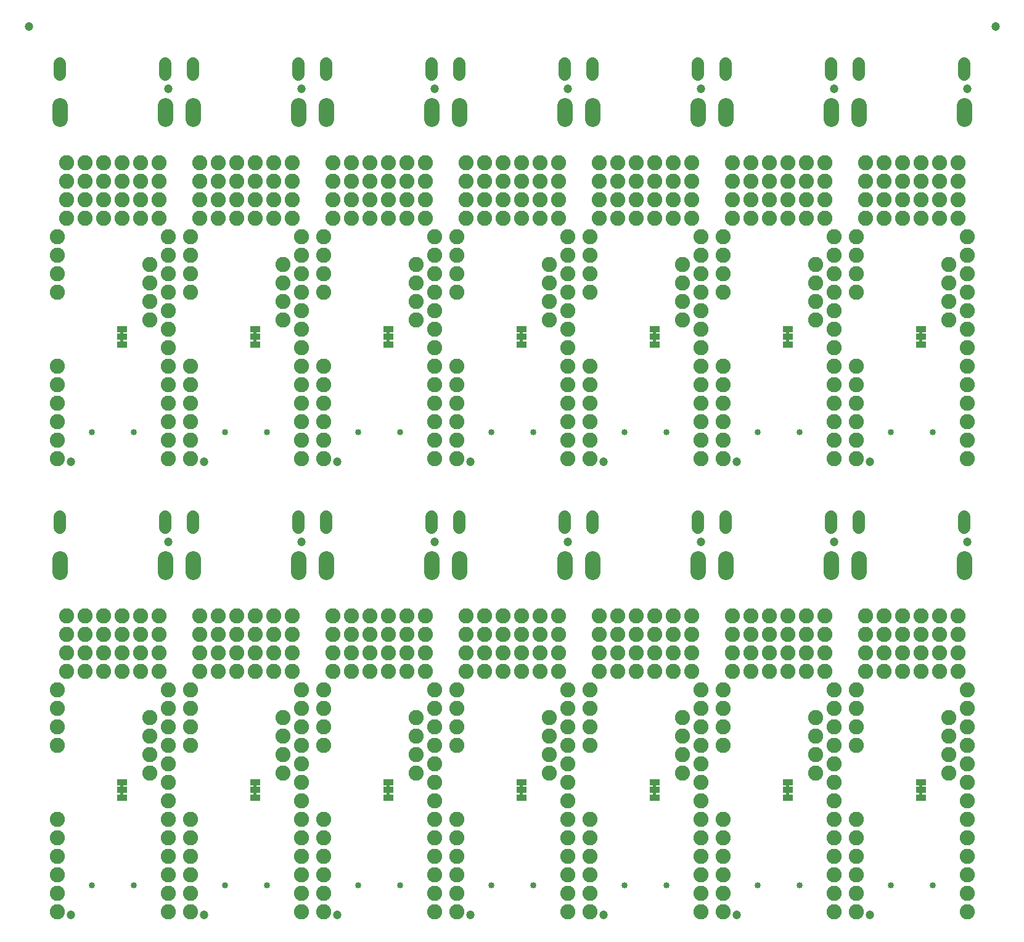
<source format=gbs>
G04 EAGLE Gerber RS-274X export*
G75*
%MOMM*%
%FSLAX34Y34*%
%LPD*%
%INSoldermask Bottom*%
%IPPOS*%
%AMOC8*
5,1,8,0,0,1.08239X$1,22.5*%
G01*
%ADD10C,1.203200*%
%ADD11C,2.082800*%
%ADD12C,0.853200*%
%ADD13R,1.473200X0.863600*%
%ADD14C,1.703200*%
%ADD15C,2.078200*%

G36*
X1017335Y805192D02*
X1017335Y805192D01*
X1017401Y805194D01*
X1017444Y805212D01*
X1017491Y805220D01*
X1017548Y805254D01*
X1017608Y805279D01*
X1017643Y805310D01*
X1017684Y805335D01*
X1017726Y805386D01*
X1017774Y805430D01*
X1017796Y805472D01*
X1017825Y805509D01*
X1017846Y805571D01*
X1017877Y805630D01*
X1017885Y805684D01*
X1017897Y805721D01*
X1017896Y805761D01*
X1017904Y805815D01*
X1017904Y809625D01*
X1017893Y809690D01*
X1017891Y809756D01*
X1017873Y809799D01*
X1017865Y809846D01*
X1017831Y809903D01*
X1017806Y809963D01*
X1017775Y809998D01*
X1017750Y810039D01*
X1017699Y810081D01*
X1017655Y810129D01*
X1017613Y810151D01*
X1017576Y810180D01*
X1017514Y810201D01*
X1017455Y810232D01*
X1017401Y810240D01*
X1017364Y810252D01*
X1017324Y810251D01*
X1017270Y810259D01*
X1014730Y810259D01*
X1014665Y810248D01*
X1014599Y810246D01*
X1014556Y810228D01*
X1014509Y810220D01*
X1014452Y810186D01*
X1014392Y810161D01*
X1014357Y810130D01*
X1014316Y810105D01*
X1014275Y810054D01*
X1014226Y810010D01*
X1014204Y809968D01*
X1014175Y809931D01*
X1014154Y809869D01*
X1014123Y809810D01*
X1014115Y809756D01*
X1014103Y809719D01*
X1014103Y809715D01*
X1014103Y809714D01*
X1014104Y809679D01*
X1014096Y809625D01*
X1014096Y805815D01*
X1014107Y805750D01*
X1014109Y805684D01*
X1014127Y805641D01*
X1014135Y805594D01*
X1014169Y805537D01*
X1014194Y805477D01*
X1014225Y805442D01*
X1014250Y805401D01*
X1014301Y805360D01*
X1014345Y805311D01*
X1014387Y805289D01*
X1014424Y805260D01*
X1014486Y805239D01*
X1014545Y805208D01*
X1014599Y805200D01*
X1014636Y805188D01*
X1014676Y805189D01*
X1014730Y805181D01*
X1017270Y805181D01*
X1017335Y805192D01*
G37*
G36*
X651575Y805192D02*
X651575Y805192D01*
X651641Y805194D01*
X651684Y805212D01*
X651731Y805220D01*
X651788Y805254D01*
X651848Y805279D01*
X651883Y805310D01*
X651924Y805335D01*
X651966Y805386D01*
X652014Y805430D01*
X652036Y805472D01*
X652065Y805509D01*
X652086Y805571D01*
X652117Y805630D01*
X652125Y805684D01*
X652137Y805721D01*
X652136Y805761D01*
X652144Y805815D01*
X652144Y809625D01*
X652133Y809690D01*
X652131Y809756D01*
X652113Y809799D01*
X652105Y809846D01*
X652071Y809903D01*
X652046Y809963D01*
X652015Y809998D01*
X651990Y810039D01*
X651939Y810081D01*
X651895Y810129D01*
X651853Y810151D01*
X651816Y810180D01*
X651754Y810201D01*
X651695Y810232D01*
X651641Y810240D01*
X651604Y810252D01*
X651564Y810251D01*
X651510Y810259D01*
X648970Y810259D01*
X648905Y810248D01*
X648839Y810246D01*
X648796Y810228D01*
X648749Y810220D01*
X648692Y810186D01*
X648632Y810161D01*
X648597Y810130D01*
X648556Y810105D01*
X648515Y810054D01*
X648466Y810010D01*
X648444Y809968D01*
X648415Y809931D01*
X648394Y809869D01*
X648363Y809810D01*
X648355Y809756D01*
X648343Y809719D01*
X648343Y809715D01*
X648343Y809714D01*
X648344Y809679D01*
X648336Y809625D01*
X648336Y805815D01*
X648347Y805750D01*
X648349Y805684D01*
X648367Y805641D01*
X648375Y805594D01*
X648409Y805537D01*
X648434Y805477D01*
X648465Y805442D01*
X648490Y805401D01*
X648541Y805360D01*
X648585Y805311D01*
X648627Y805289D01*
X648664Y805260D01*
X648726Y805239D01*
X648785Y805208D01*
X648839Y805200D01*
X648876Y805188D01*
X648916Y805189D01*
X648970Y805181D01*
X651510Y805181D01*
X651575Y805192D01*
G37*
G36*
X468695Y805192D02*
X468695Y805192D01*
X468761Y805194D01*
X468804Y805212D01*
X468851Y805220D01*
X468908Y805254D01*
X468968Y805279D01*
X469003Y805310D01*
X469044Y805335D01*
X469086Y805386D01*
X469134Y805430D01*
X469156Y805472D01*
X469185Y805509D01*
X469206Y805571D01*
X469237Y805630D01*
X469245Y805684D01*
X469257Y805721D01*
X469256Y805761D01*
X469264Y805815D01*
X469264Y809625D01*
X469253Y809690D01*
X469251Y809756D01*
X469233Y809799D01*
X469225Y809846D01*
X469191Y809903D01*
X469166Y809963D01*
X469135Y809998D01*
X469110Y810039D01*
X469059Y810081D01*
X469015Y810129D01*
X468973Y810151D01*
X468936Y810180D01*
X468874Y810201D01*
X468815Y810232D01*
X468761Y810240D01*
X468724Y810252D01*
X468684Y810251D01*
X468630Y810259D01*
X466090Y810259D01*
X466025Y810248D01*
X465959Y810246D01*
X465916Y810228D01*
X465869Y810220D01*
X465812Y810186D01*
X465752Y810161D01*
X465717Y810130D01*
X465676Y810105D01*
X465635Y810054D01*
X465586Y810010D01*
X465564Y809968D01*
X465535Y809931D01*
X465514Y809869D01*
X465483Y809810D01*
X465475Y809756D01*
X465463Y809719D01*
X465463Y809715D01*
X465463Y809714D01*
X465464Y809679D01*
X465456Y809625D01*
X465456Y805815D01*
X465467Y805750D01*
X465469Y805684D01*
X465487Y805641D01*
X465495Y805594D01*
X465529Y805537D01*
X465554Y805477D01*
X465585Y805442D01*
X465610Y805401D01*
X465661Y805360D01*
X465705Y805311D01*
X465747Y805289D01*
X465784Y805260D01*
X465846Y805239D01*
X465905Y805208D01*
X465959Y805200D01*
X465996Y805188D01*
X466036Y805189D01*
X466090Y805181D01*
X468630Y805181D01*
X468695Y805192D01*
G37*
G36*
X285815Y805192D02*
X285815Y805192D01*
X285881Y805194D01*
X285924Y805212D01*
X285971Y805220D01*
X286028Y805254D01*
X286088Y805279D01*
X286123Y805310D01*
X286164Y805335D01*
X286206Y805386D01*
X286254Y805430D01*
X286276Y805472D01*
X286305Y805509D01*
X286326Y805571D01*
X286357Y805630D01*
X286365Y805684D01*
X286377Y805721D01*
X286376Y805761D01*
X286384Y805815D01*
X286384Y809625D01*
X286373Y809690D01*
X286371Y809756D01*
X286353Y809799D01*
X286345Y809846D01*
X286311Y809903D01*
X286286Y809963D01*
X286255Y809998D01*
X286230Y810039D01*
X286179Y810081D01*
X286135Y810129D01*
X286093Y810151D01*
X286056Y810180D01*
X285994Y810201D01*
X285935Y810232D01*
X285881Y810240D01*
X285844Y810252D01*
X285804Y810251D01*
X285750Y810259D01*
X283210Y810259D01*
X283145Y810248D01*
X283079Y810246D01*
X283036Y810228D01*
X282989Y810220D01*
X282932Y810186D01*
X282872Y810161D01*
X282837Y810130D01*
X282796Y810105D01*
X282755Y810054D01*
X282706Y810010D01*
X282684Y809968D01*
X282655Y809931D01*
X282634Y809869D01*
X282603Y809810D01*
X282595Y809756D01*
X282583Y809719D01*
X282583Y809715D01*
X282583Y809714D01*
X282584Y809679D01*
X282576Y809625D01*
X282576Y805815D01*
X282587Y805750D01*
X282589Y805684D01*
X282607Y805641D01*
X282615Y805594D01*
X282649Y805537D01*
X282674Y805477D01*
X282705Y805442D01*
X282730Y805401D01*
X282781Y805360D01*
X282825Y805311D01*
X282867Y805289D01*
X282904Y805260D01*
X282966Y805239D01*
X283025Y805208D01*
X283079Y805200D01*
X283116Y805188D01*
X283156Y805189D01*
X283210Y805181D01*
X285750Y805181D01*
X285815Y805192D01*
G37*
G36*
X834455Y805192D02*
X834455Y805192D01*
X834521Y805194D01*
X834564Y805212D01*
X834611Y805220D01*
X834668Y805254D01*
X834728Y805279D01*
X834763Y805310D01*
X834804Y805335D01*
X834846Y805386D01*
X834894Y805430D01*
X834916Y805472D01*
X834945Y805509D01*
X834966Y805571D01*
X834997Y805630D01*
X835005Y805684D01*
X835017Y805721D01*
X835016Y805761D01*
X835024Y805815D01*
X835024Y809625D01*
X835013Y809690D01*
X835011Y809756D01*
X834993Y809799D01*
X834985Y809846D01*
X834951Y809903D01*
X834926Y809963D01*
X834895Y809998D01*
X834870Y810039D01*
X834819Y810081D01*
X834775Y810129D01*
X834733Y810151D01*
X834696Y810180D01*
X834634Y810201D01*
X834575Y810232D01*
X834521Y810240D01*
X834484Y810252D01*
X834444Y810251D01*
X834390Y810259D01*
X831850Y810259D01*
X831785Y810248D01*
X831719Y810246D01*
X831676Y810228D01*
X831629Y810220D01*
X831572Y810186D01*
X831512Y810161D01*
X831477Y810130D01*
X831436Y810105D01*
X831395Y810054D01*
X831346Y810010D01*
X831324Y809968D01*
X831295Y809931D01*
X831274Y809869D01*
X831243Y809810D01*
X831235Y809756D01*
X831223Y809719D01*
X831223Y809715D01*
X831223Y809714D01*
X831224Y809679D01*
X831216Y809625D01*
X831216Y805815D01*
X831227Y805750D01*
X831229Y805684D01*
X831247Y805641D01*
X831255Y805594D01*
X831289Y805537D01*
X831314Y805477D01*
X831345Y805442D01*
X831370Y805401D01*
X831421Y805360D01*
X831465Y805311D01*
X831507Y805289D01*
X831544Y805260D01*
X831606Y805239D01*
X831665Y805208D01*
X831719Y805200D01*
X831756Y805188D01*
X831796Y805189D01*
X831850Y805181D01*
X834390Y805181D01*
X834455Y805192D01*
G37*
G36*
X1200215Y805192D02*
X1200215Y805192D01*
X1200281Y805194D01*
X1200324Y805212D01*
X1200371Y805220D01*
X1200428Y805254D01*
X1200488Y805279D01*
X1200523Y805310D01*
X1200564Y805335D01*
X1200606Y805386D01*
X1200654Y805430D01*
X1200676Y805472D01*
X1200705Y805509D01*
X1200726Y805571D01*
X1200757Y805630D01*
X1200765Y805684D01*
X1200777Y805721D01*
X1200776Y805761D01*
X1200784Y805815D01*
X1200784Y809625D01*
X1200773Y809690D01*
X1200771Y809756D01*
X1200753Y809799D01*
X1200745Y809846D01*
X1200711Y809903D01*
X1200686Y809963D01*
X1200655Y809998D01*
X1200630Y810039D01*
X1200579Y810081D01*
X1200535Y810129D01*
X1200493Y810151D01*
X1200456Y810180D01*
X1200394Y810201D01*
X1200335Y810232D01*
X1200281Y810240D01*
X1200244Y810252D01*
X1200204Y810251D01*
X1200150Y810259D01*
X1197610Y810259D01*
X1197545Y810248D01*
X1197479Y810246D01*
X1197436Y810228D01*
X1197389Y810220D01*
X1197332Y810186D01*
X1197272Y810161D01*
X1197237Y810130D01*
X1197196Y810105D01*
X1197155Y810054D01*
X1197106Y810010D01*
X1197084Y809968D01*
X1197055Y809931D01*
X1197034Y809869D01*
X1197003Y809810D01*
X1196995Y809756D01*
X1196983Y809719D01*
X1196983Y809715D01*
X1196983Y809714D01*
X1196984Y809679D01*
X1196976Y809625D01*
X1196976Y805815D01*
X1196987Y805750D01*
X1196989Y805684D01*
X1197007Y805641D01*
X1197015Y805594D01*
X1197049Y805537D01*
X1197074Y805477D01*
X1197105Y805442D01*
X1197130Y805401D01*
X1197181Y805360D01*
X1197225Y805311D01*
X1197267Y805289D01*
X1197304Y805260D01*
X1197366Y805239D01*
X1197425Y805208D01*
X1197479Y805200D01*
X1197516Y805188D01*
X1197556Y805189D01*
X1197610Y805181D01*
X1200150Y805181D01*
X1200215Y805192D01*
G37*
G36*
X102935Y805192D02*
X102935Y805192D01*
X103001Y805194D01*
X103044Y805212D01*
X103091Y805220D01*
X103148Y805254D01*
X103208Y805279D01*
X103243Y805310D01*
X103284Y805335D01*
X103326Y805386D01*
X103374Y805430D01*
X103396Y805472D01*
X103425Y805509D01*
X103446Y805571D01*
X103477Y805630D01*
X103485Y805684D01*
X103497Y805721D01*
X103496Y805761D01*
X103504Y805815D01*
X103504Y809625D01*
X103493Y809690D01*
X103491Y809756D01*
X103473Y809799D01*
X103465Y809846D01*
X103431Y809903D01*
X103406Y809963D01*
X103375Y809998D01*
X103350Y810039D01*
X103299Y810081D01*
X103255Y810129D01*
X103213Y810151D01*
X103176Y810180D01*
X103114Y810201D01*
X103055Y810232D01*
X103001Y810240D01*
X102964Y810252D01*
X102924Y810251D01*
X102870Y810259D01*
X100330Y810259D01*
X100265Y810248D01*
X100199Y810246D01*
X100156Y810228D01*
X100109Y810220D01*
X100052Y810186D01*
X99992Y810161D01*
X99957Y810130D01*
X99916Y810105D01*
X99875Y810054D01*
X99826Y810010D01*
X99804Y809968D01*
X99775Y809931D01*
X99754Y809869D01*
X99723Y809810D01*
X99715Y809756D01*
X99703Y809719D01*
X99703Y809715D01*
X99703Y809714D01*
X99704Y809679D01*
X99696Y809625D01*
X99696Y805815D01*
X99707Y805750D01*
X99709Y805684D01*
X99727Y805641D01*
X99735Y805594D01*
X99769Y805537D01*
X99794Y805477D01*
X99825Y805442D01*
X99850Y805401D01*
X99901Y805360D01*
X99945Y805311D01*
X99987Y805289D01*
X100024Y805260D01*
X100086Y805239D01*
X100145Y805208D01*
X100199Y805200D01*
X100236Y805188D01*
X100276Y805189D01*
X100330Y805181D01*
X102870Y805181D01*
X102935Y805192D01*
G37*
G36*
X285815Y795032D02*
X285815Y795032D01*
X285881Y795034D01*
X285924Y795052D01*
X285971Y795060D01*
X286028Y795094D01*
X286088Y795119D01*
X286123Y795150D01*
X286164Y795175D01*
X286206Y795226D01*
X286254Y795270D01*
X286276Y795312D01*
X286305Y795349D01*
X286326Y795411D01*
X286357Y795470D01*
X286365Y795524D01*
X286377Y795561D01*
X286376Y795601D01*
X286384Y795655D01*
X286384Y799465D01*
X286373Y799530D01*
X286371Y799596D01*
X286353Y799639D01*
X286345Y799686D01*
X286311Y799743D01*
X286286Y799803D01*
X286255Y799838D01*
X286230Y799879D01*
X286179Y799921D01*
X286135Y799969D01*
X286093Y799991D01*
X286056Y800020D01*
X285994Y800041D01*
X285935Y800072D01*
X285881Y800080D01*
X285844Y800092D01*
X285804Y800091D01*
X285750Y800099D01*
X283210Y800099D01*
X283145Y800088D01*
X283079Y800086D01*
X283036Y800068D01*
X282989Y800060D01*
X282932Y800026D01*
X282872Y800001D01*
X282837Y799970D01*
X282796Y799945D01*
X282755Y799894D01*
X282706Y799850D01*
X282684Y799808D01*
X282655Y799771D01*
X282634Y799709D01*
X282603Y799650D01*
X282595Y799596D01*
X282583Y799559D01*
X282583Y799555D01*
X282583Y799554D01*
X282584Y799519D01*
X282576Y799465D01*
X282576Y795655D01*
X282587Y795590D01*
X282589Y795524D01*
X282607Y795481D01*
X282615Y795434D01*
X282649Y795377D01*
X282674Y795317D01*
X282705Y795282D01*
X282730Y795241D01*
X282781Y795200D01*
X282825Y795151D01*
X282867Y795129D01*
X282904Y795100D01*
X282966Y795079D01*
X283025Y795048D01*
X283079Y795040D01*
X283116Y795028D01*
X283156Y795029D01*
X283210Y795021D01*
X285750Y795021D01*
X285815Y795032D01*
G37*
G36*
X102935Y795032D02*
X102935Y795032D01*
X103001Y795034D01*
X103044Y795052D01*
X103091Y795060D01*
X103148Y795094D01*
X103208Y795119D01*
X103243Y795150D01*
X103284Y795175D01*
X103326Y795226D01*
X103374Y795270D01*
X103396Y795312D01*
X103425Y795349D01*
X103446Y795411D01*
X103477Y795470D01*
X103485Y795524D01*
X103497Y795561D01*
X103496Y795601D01*
X103504Y795655D01*
X103504Y799465D01*
X103493Y799530D01*
X103491Y799596D01*
X103473Y799639D01*
X103465Y799686D01*
X103431Y799743D01*
X103406Y799803D01*
X103375Y799838D01*
X103350Y799879D01*
X103299Y799921D01*
X103255Y799969D01*
X103213Y799991D01*
X103176Y800020D01*
X103114Y800041D01*
X103055Y800072D01*
X103001Y800080D01*
X102964Y800092D01*
X102924Y800091D01*
X102870Y800099D01*
X100330Y800099D01*
X100265Y800088D01*
X100199Y800086D01*
X100156Y800068D01*
X100109Y800060D01*
X100052Y800026D01*
X99992Y800001D01*
X99957Y799970D01*
X99916Y799945D01*
X99875Y799894D01*
X99826Y799850D01*
X99804Y799808D01*
X99775Y799771D01*
X99754Y799709D01*
X99723Y799650D01*
X99715Y799596D01*
X99703Y799559D01*
X99703Y799555D01*
X99703Y799554D01*
X99704Y799519D01*
X99696Y799465D01*
X99696Y795655D01*
X99707Y795590D01*
X99709Y795524D01*
X99727Y795481D01*
X99735Y795434D01*
X99769Y795377D01*
X99794Y795317D01*
X99825Y795282D01*
X99850Y795241D01*
X99901Y795200D01*
X99945Y795151D01*
X99987Y795129D01*
X100024Y795100D01*
X100086Y795079D01*
X100145Y795048D01*
X100199Y795040D01*
X100236Y795028D01*
X100276Y795029D01*
X100330Y795021D01*
X102870Y795021D01*
X102935Y795032D01*
G37*
G36*
X1017335Y795032D02*
X1017335Y795032D01*
X1017401Y795034D01*
X1017444Y795052D01*
X1017491Y795060D01*
X1017548Y795094D01*
X1017608Y795119D01*
X1017643Y795150D01*
X1017684Y795175D01*
X1017726Y795226D01*
X1017774Y795270D01*
X1017796Y795312D01*
X1017825Y795349D01*
X1017846Y795411D01*
X1017877Y795470D01*
X1017885Y795524D01*
X1017897Y795561D01*
X1017896Y795601D01*
X1017904Y795655D01*
X1017904Y799465D01*
X1017893Y799530D01*
X1017891Y799596D01*
X1017873Y799639D01*
X1017865Y799686D01*
X1017831Y799743D01*
X1017806Y799803D01*
X1017775Y799838D01*
X1017750Y799879D01*
X1017699Y799921D01*
X1017655Y799969D01*
X1017613Y799991D01*
X1017576Y800020D01*
X1017514Y800041D01*
X1017455Y800072D01*
X1017401Y800080D01*
X1017364Y800092D01*
X1017324Y800091D01*
X1017270Y800099D01*
X1014730Y800099D01*
X1014665Y800088D01*
X1014599Y800086D01*
X1014556Y800068D01*
X1014509Y800060D01*
X1014452Y800026D01*
X1014392Y800001D01*
X1014357Y799970D01*
X1014316Y799945D01*
X1014275Y799894D01*
X1014226Y799850D01*
X1014204Y799808D01*
X1014175Y799771D01*
X1014154Y799709D01*
X1014123Y799650D01*
X1014115Y799596D01*
X1014103Y799559D01*
X1014103Y799555D01*
X1014103Y799554D01*
X1014104Y799519D01*
X1014096Y799465D01*
X1014096Y795655D01*
X1014107Y795590D01*
X1014109Y795524D01*
X1014127Y795481D01*
X1014135Y795434D01*
X1014169Y795377D01*
X1014194Y795317D01*
X1014225Y795282D01*
X1014250Y795241D01*
X1014301Y795200D01*
X1014345Y795151D01*
X1014387Y795129D01*
X1014424Y795100D01*
X1014486Y795079D01*
X1014545Y795048D01*
X1014599Y795040D01*
X1014636Y795028D01*
X1014676Y795029D01*
X1014730Y795021D01*
X1017270Y795021D01*
X1017335Y795032D01*
G37*
G36*
X1200215Y795032D02*
X1200215Y795032D01*
X1200281Y795034D01*
X1200324Y795052D01*
X1200371Y795060D01*
X1200428Y795094D01*
X1200488Y795119D01*
X1200523Y795150D01*
X1200564Y795175D01*
X1200606Y795226D01*
X1200654Y795270D01*
X1200676Y795312D01*
X1200705Y795349D01*
X1200726Y795411D01*
X1200757Y795470D01*
X1200765Y795524D01*
X1200777Y795561D01*
X1200776Y795601D01*
X1200784Y795655D01*
X1200784Y799465D01*
X1200773Y799530D01*
X1200771Y799596D01*
X1200753Y799639D01*
X1200745Y799686D01*
X1200711Y799743D01*
X1200686Y799803D01*
X1200655Y799838D01*
X1200630Y799879D01*
X1200579Y799921D01*
X1200535Y799969D01*
X1200493Y799991D01*
X1200456Y800020D01*
X1200394Y800041D01*
X1200335Y800072D01*
X1200281Y800080D01*
X1200244Y800092D01*
X1200204Y800091D01*
X1200150Y800099D01*
X1197610Y800099D01*
X1197545Y800088D01*
X1197479Y800086D01*
X1197436Y800068D01*
X1197389Y800060D01*
X1197332Y800026D01*
X1197272Y800001D01*
X1197237Y799970D01*
X1197196Y799945D01*
X1197155Y799894D01*
X1197106Y799850D01*
X1197084Y799808D01*
X1197055Y799771D01*
X1197034Y799709D01*
X1197003Y799650D01*
X1196995Y799596D01*
X1196983Y799559D01*
X1196983Y799555D01*
X1196983Y799554D01*
X1196984Y799519D01*
X1196976Y799465D01*
X1196976Y795655D01*
X1196987Y795590D01*
X1196989Y795524D01*
X1197007Y795481D01*
X1197015Y795434D01*
X1197049Y795377D01*
X1197074Y795317D01*
X1197105Y795282D01*
X1197130Y795241D01*
X1197181Y795200D01*
X1197225Y795151D01*
X1197267Y795129D01*
X1197304Y795100D01*
X1197366Y795079D01*
X1197425Y795048D01*
X1197479Y795040D01*
X1197516Y795028D01*
X1197556Y795029D01*
X1197610Y795021D01*
X1200150Y795021D01*
X1200215Y795032D01*
G37*
G36*
X834455Y795032D02*
X834455Y795032D01*
X834521Y795034D01*
X834564Y795052D01*
X834611Y795060D01*
X834668Y795094D01*
X834728Y795119D01*
X834763Y795150D01*
X834804Y795175D01*
X834846Y795226D01*
X834894Y795270D01*
X834916Y795312D01*
X834945Y795349D01*
X834966Y795411D01*
X834997Y795470D01*
X835005Y795524D01*
X835017Y795561D01*
X835016Y795601D01*
X835024Y795655D01*
X835024Y799465D01*
X835013Y799530D01*
X835011Y799596D01*
X834993Y799639D01*
X834985Y799686D01*
X834951Y799743D01*
X834926Y799803D01*
X834895Y799838D01*
X834870Y799879D01*
X834819Y799921D01*
X834775Y799969D01*
X834733Y799991D01*
X834696Y800020D01*
X834634Y800041D01*
X834575Y800072D01*
X834521Y800080D01*
X834484Y800092D01*
X834444Y800091D01*
X834390Y800099D01*
X831850Y800099D01*
X831785Y800088D01*
X831719Y800086D01*
X831676Y800068D01*
X831629Y800060D01*
X831572Y800026D01*
X831512Y800001D01*
X831477Y799970D01*
X831436Y799945D01*
X831395Y799894D01*
X831346Y799850D01*
X831324Y799808D01*
X831295Y799771D01*
X831274Y799709D01*
X831243Y799650D01*
X831235Y799596D01*
X831223Y799559D01*
X831223Y799555D01*
X831223Y799554D01*
X831224Y799519D01*
X831216Y799465D01*
X831216Y795655D01*
X831227Y795590D01*
X831229Y795524D01*
X831247Y795481D01*
X831255Y795434D01*
X831289Y795377D01*
X831314Y795317D01*
X831345Y795282D01*
X831370Y795241D01*
X831421Y795200D01*
X831465Y795151D01*
X831507Y795129D01*
X831544Y795100D01*
X831606Y795079D01*
X831665Y795048D01*
X831719Y795040D01*
X831756Y795028D01*
X831796Y795029D01*
X831850Y795021D01*
X834390Y795021D01*
X834455Y795032D01*
G37*
G36*
X468695Y795032D02*
X468695Y795032D01*
X468761Y795034D01*
X468804Y795052D01*
X468851Y795060D01*
X468908Y795094D01*
X468968Y795119D01*
X469003Y795150D01*
X469044Y795175D01*
X469086Y795226D01*
X469134Y795270D01*
X469156Y795312D01*
X469185Y795349D01*
X469206Y795411D01*
X469237Y795470D01*
X469245Y795524D01*
X469257Y795561D01*
X469256Y795601D01*
X469264Y795655D01*
X469264Y799465D01*
X469253Y799530D01*
X469251Y799596D01*
X469233Y799639D01*
X469225Y799686D01*
X469191Y799743D01*
X469166Y799803D01*
X469135Y799838D01*
X469110Y799879D01*
X469059Y799921D01*
X469015Y799969D01*
X468973Y799991D01*
X468936Y800020D01*
X468874Y800041D01*
X468815Y800072D01*
X468761Y800080D01*
X468724Y800092D01*
X468684Y800091D01*
X468630Y800099D01*
X466090Y800099D01*
X466025Y800088D01*
X465959Y800086D01*
X465916Y800068D01*
X465869Y800060D01*
X465812Y800026D01*
X465752Y800001D01*
X465717Y799970D01*
X465676Y799945D01*
X465635Y799894D01*
X465586Y799850D01*
X465564Y799808D01*
X465535Y799771D01*
X465514Y799709D01*
X465483Y799650D01*
X465475Y799596D01*
X465463Y799559D01*
X465463Y799555D01*
X465463Y799554D01*
X465464Y799519D01*
X465456Y799465D01*
X465456Y795655D01*
X465467Y795590D01*
X465469Y795524D01*
X465487Y795481D01*
X465495Y795434D01*
X465529Y795377D01*
X465554Y795317D01*
X465585Y795282D01*
X465610Y795241D01*
X465661Y795200D01*
X465705Y795151D01*
X465747Y795129D01*
X465784Y795100D01*
X465846Y795079D01*
X465905Y795048D01*
X465959Y795040D01*
X465996Y795028D01*
X466036Y795029D01*
X466090Y795021D01*
X468630Y795021D01*
X468695Y795032D01*
G37*
G36*
X651575Y795032D02*
X651575Y795032D01*
X651641Y795034D01*
X651684Y795052D01*
X651731Y795060D01*
X651788Y795094D01*
X651848Y795119D01*
X651883Y795150D01*
X651924Y795175D01*
X651966Y795226D01*
X652014Y795270D01*
X652036Y795312D01*
X652065Y795349D01*
X652086Y795411D01*
X652117Y795470D01*
X652125Y795524D01*
X652137Y795561D01*
X652136Y795601D01*
X652144Y795655D01*
X652144Y799465D01*
X652133Y799530D01*
X652131Y799596D01*
X652113Y799639D01*
X652105Y799686D01*
X652071Y799743D01*
X652046Y799803D01*
X652015Y799838D01*
X651990Y799879D01*
X651939Y799921D01*
X651895Y799969D01*
X651853Y799991D01*
X651816Y800020D01*
X651754Y800041D01*
X651695Y800072D01*
X651641Y800080D01*
X651604Y800092D01*
X651564Y800091D01*
X651510Y800099D01*
X648970Y800099D01*
X648905Y800088D01*
X648839Y800086D01*
X648796Y800068D01*
X648749Y800060D01*
X648692Y800026D01*
X648632Y800001D01*
X648597Y799970D01*
X648556Y799945D01*
X648515Y799894D01*
X648466Y799850D01*
X648444Y799808D01*
X648415Y799771D01*
X648394Y799709D01*
X648363Y799650D01*
X648355Y799596D01*
X648343Y799559D01*
X648343Y799555D01*
X648343Y799554D01*
X648344Y799519D01*
X648336Y799465D01*
X648336Y795655D01*
X648347Y795590D01*
X648349Y795524D01*
X648367Y795481D01*
X648375Y795434D01*
X648409Y795377D01*
X648434Y795317D01*
X648465Y795282D01*
X648490Y795241D01*
X648541Y795200D01*
X648585Y795151D01*
X648627Y795129D01*
X648664Y795100D01*
X648726Y795079D01*
X648785Y795048D01*
X648839Y795040D01*
X648876Y795028D01*
X648916Y795029D01*
X648970Y795021D01*
X651510Y795021D01*
X651575Y795032D01*
G37*
G36*
X1200215Y182892D02*
X1200215Y182892D01*
X1200281Y182894D01*
X1200324Y182912D01*
X1200371Y182920D01*
X1200428Y182954D01*
X1200488Y182979D01*
X1200523Y183010D01*
X1200564Y183035D01*
X1200606Y183086D01*
X1200654Y183130D01*
X1200676Y183172D01*
X1200705Y183209D01*
X1200726Y183271D01*
X1200757Y183330D01*
X1200765Y183384D01*
X1200777Y183421D01*
X1200776Y183461D01*
X1200784Y183515D01*
X1200784Y187325D01*
X1200773Y187390D01*
X1200771Y187456D01*
X1200753Y187499D01*
X1200745Y187546D01*
X1200711Y187603D01*
X1200686Y187663D01*
X1200655Y187698D01*
X1200630Y187739D01*
X1200579Y187781D01*
X1200535Y187829D01*
X1200493Y187851D01*
X1200456Y187880D01*
X1200394Y187901D01*
X1200335Y187932D01*
X1200281Y187940D01*
X1200244Y187952D01*
X1200204Y187951D01*
X1200150Y187959D01*
X1197610Y187959D01*
X1197545Y187948D01*
X1197479Y187946D01*
X1197436Y187928D01*
X1197389Y187920D01*
X1197332Y187886D01*
X1197272Y187861D01*
X1197237Y187830D01*
X1197196Y187805D01*
X1197155Y187754D01*
X1197106Y187710D01*
X1197084Y187668D01*
X1197055Y187631D01*
X1197034Y187569D01*
X1197003Y187510D01*
X1196995Y187456D01*
X1196983Y187419D01*
X1196983Y187415D01*
X1196983Y187414D01*
X1196984Y187379D01*
X1196976Y187325D01*
X1196976Y183515D01*
X1196987Y183450D01*
X1196989Y183384D01*
X1197007Y183341D01*
X1197015Y183294D01*
X1197049Y183237D01*
X1197074Y183177D01*
X1197105Y183142D01*
X1197130Y183101D01*
X1197181Y183060D01*
X1197225Y183011D01*
X1197267Y182989D01*
X1197304Y182960D01*
X1197366Y182939D01*
X1197425Y182908D01*
X1197479Y182900D01*
X1197516Y182888D01*
X1197556Y182889D01*
X1197610Y182881D01*
X1200150Y182881D01*
X1200215Y182892D01*
G37*
G36*
X834455Y182892D02*
X834455Y182892D01*
X834521Y182894D01*
X834564Y182912D01*
X834611Y182920D01*
X834668Y182954D01*
X834728Y182979D01*
X834763Y183010D01*
X834804Y183035D01*
X834846Y183086D01*
X834894Y183130D01*
X834916Y183172D01*
X834945Y183209D01*
X834966Y183271D01*
X834997Y183330D01*
X835005Y183384D01*
X835017Y183421D01*
X835016Y183461D01*
X835024Y183515D01*
X835024Y187325D01*
X835013Y187390D01*
X835011Y187456D01*
X834993Y187499D01*
X834985Y187546D01*
X834951Y187603D01*
X834926Y187663D01*
X834895Y187698D01*
X834870Y187739D01*
X834819Y187781D01*
X834775Y187829D01*
X834733Y187851D01*
X834696Y187880D01*
X834634Y187901D01*
X834575Y187932D01*
X834521Y187940D01*
X834484Y187952D01*
X834444Y187951D01*
X834390Y187959D01*
X831850Y187959D01*
X831785Y187948D01*
X831719Y187946D01*
X831676Y187928D01*
X831629Y187920D01*
X831572Y187886D01*
X831512Y187861D01*
X831477Y187830D01*
X831436Y187805D01*
X831395Y187754D01*
X831346Y187710D01*
X831324Y187668D01*
X831295Y187631D01*
X831274Y187569D01*
X831243Y187510D01*
X831235Y187456D01*
X831223Y187419D01*
X831223Y187415D01*
X831223Y187414D01*
X831224Y187379D01*
X831216Y187325D01*
X831216Y183515D01*
X831227Y183450D01*
X831229Y183384D01*
X831247Y183341D01*
X831255Y183294D01*
X831289Y183237D01*
X831314Y183177D01*
X831345Y183142D01*
X831370Y183101D01*
X831421Y183060D01*
X831465Y183011D01*
X831507Y182989D01*
X831544Y182960D01*
X831606Y182939D01*
X831665Y182908D01*
X831719Y182900D01*
X831756Y182888D01*
X831796Y182889D01*
X831850Y182881D01*
X834390Y182881D01*
X834455Y182892D01*
G37*
G36*
X1017335Y182892D02*
X1017335Y182892D01*
X1017401Y182894D01*
X1017444Y182912D01*
X1017491Y182920D01*
X1017548Y182954D01*
X1017608Y182979D01*
X1017643Y183010D01*
X1017684Y183035D01*
X1017726Y183086D01*
X1017774Y183130D01*
X1017796Y183172D01*
X1017825Y183209D01*
X1017846Y183271D01*
X1017877Y183330D01*
X1017885Y183384D01*
X1017897Y183421D01*
X1017896Y183461D01*
X1017904Y183515D01*
X1017904Y187325D01*
X1017893Y187390D01*
X1017891Y187456D01*
X1017873Y187499D01*
X1017865Y187546D01*
X1017831Y187603D01*
X1017806Y187663D01*
X1017775Y187698D01*
X1017750Y187739D01*
X1017699Y187781D01*
X1017655Y187829D01*
X1017613Y187851D01*
X1017576Y187880D01*
X1017514Y187901D01*
X1017455Y187932D01*
X1017401Y187940D01*
X1017364Y187952D01*
X1017324Y187951D01*
X1017270Y187959D01*
X1014730Y187959D01*
X1014665Y187948D01*
X1014599Y187946D01*
X1014556Y187928D01*
X1014509Y187920D01*
X1014452Y187886D01*
X1014392Y187861D01*
X1014357Y187830D01*
X1014316Y187805D01*
X1014275Y187754D01*
X1014226Y187710D01*
X1014204Y187668D01*
X1014175Y187631D01*
X1014154Y187569D01*
X1014123Y187510D01*
X1014115Y187456D01*
X1014103Y187419D01*
X1014103Y187415D01*
X1014103Y187414D01*
X1014104Y187379D01*
X1014096Y187325D01*
X1014096Y183515D01*
X1014107Y183450D01*
X1014109Y183384D01*
X1014127Y183341D01*
X1014135Y183294D01*
X1014169Y183237D01*
X1014194Y183177D01*
X1014225Y183142D01*
X1014250Y183101D01*
X1014301Y183060D01*
X1014345Y183011D01*
X1014387Y182989D01*
X1014424Y182960D01*
X1014486Y182939D01*
X1014545Y182908D01*
X1014599Y182900D01*
X1014636Y182888D01*
X1014676Y182889D01*
X1014730Y182881D01*
X1017270Y182881D01*
X1017335Y182892D01*
G37*
G36*
X285815Y182892D02*
X285815Y182892D01*
X285881Y182894D01*
X285924Y182912D01*
X285971Y182920D01*
X286028Y182954D01*
X286088Y182979D01*
X286123Y183010D01*
X286164Y183035D01*
X286206Y183086D01*
X286254Y183130D01*
X286276Y183172D01*
X286305Y183209D01*
X286326Y183271D01*
X286357Y183330D01*
X286365Y183384D01*
X286377Y183421D01*
X286376Y183461D01*
X286384Y183515D01*
X286384Y187325D01*
X286373Y187390D01*
X286371Y187456D01*
X286353Y187499D01*
X286345Y187546D01*
X286311Y187603D01*
X286286Y187663D01*
X286255Y187698D01*
X286230Y187739D01*
X286179Y187781D01*
X286135Y187829D01*
X286093Y187851D01*
X286056Y187880D01*
X285994Y187901D01*
X285935Y187932D01*
X285881Y187940D01*
X285844Y187952D01*
X285804Y187951D01*
X285750Y187959D01*
X283210Y187959D01*
X283145Y187948D01*
X283079Y187946D01*
X283036Y187928D01*
X282989Y187920D01*
X282932Y187886D01*
X282872Y187861D01*
X282837Y187830D01*
X282796Y187805D01*
X282755Y187754D01*
X282706Y187710D01*
X282684Y187668D01*
X282655Y187631D01*
X282634Y187569D01*
X282603Y187510D01*
X282595Y187456D01*
X282583Y187419D01*
X282583Y187415D01*
X282583Y187414D01*
X282584Y187379D01*
X282576Y187325D01*
X282576Y183515D01*
X282587Y183450D01*
X282589Y183384D01*
X282607Y183341D01*
X282615Y183294D01*
X282649Y183237D01*
X282674Y183177D01*
X282705Y183142D01*
X282730Y183101D01*
X282781Y183060D01*
X282825Y183011D01*
X282867Y182989D01*
X282904Y182960D01*
X282966Y182939D01*
X283025Y182908D01*
X283079Y182900D01*
X283116Y182888D01*
X283156Y182889D01*
X283210Y182881D01*
X285750Y182881D01*
X285815Y182892D01*
G37*
G36*
X651575Y182892D02*
X651575Y182892D01*
X651641Y182894D01*
X651684Y182912D01*
X651731Y182920D01*
X651788Y182954D01*
X651848Y182979D01*
X651883Y183010D01*
X651924Y183035D01*
X651966Y183086D01*
X652014Y183130D01*
X652036Y183172D01*
X652065Y183209D01*
X652086Y183271D01*
X652117Y183330D01*
X652125Y183384D01*
X652137Y183421D01*
X652136Y183461D01*
X652144Y183515D01*
X652144Y187325D01*
X652133Y187390D01*
X652131Y187456D01*
X652113Y187499D01*
X652105Y187546D01*
X652071Y187603D01*
X652046Y187663D01*
X652015Y187698D01*
X651990Y187739D01*
X651939Y187781D01*
X651895Y187829D01*
X651853Y187851D01*
X651816Y187880D01*
X651754Y187901D01*
X651695Y187932D01*
X651641Y187940D01*
X651604Y187952D01*
X651564Y187951D01*
X651510Y187959D01*
X648970Y187959D01*
X648905Y187948D01*
X648839Y187946D01*
X648796Y187928D01*
X648749Y187920D01*
X648692Y187886D01*
X648632Y187861D01*
X648597Y187830D01*
X648556Y187805D01*
X648515Y187754D01*
X648466Y187710D01*
X648444Y187668D01*
X648415Y187631D01*
X648394Y187569D01*
X648363Y187510D01*
X648355Y187456D01*
X648343Y187419D01*
X648343Y187415D01*
X648343Y187414D01*
X648344Y187379D01*
X648336Y187325D01*
X648336Y183515D01*
X648347Y183450D01*
X648349Y183384D01*
X648367Y183341D01*
X648375Y183294D01*
X648409Y183237D01*
X648434Y183177D01*
X648465Y183142D01*
X648490Y183101D01*
X648541Y183060D01*
X648585Y183011D01*
X648627Y182989D01*
X648664Y182960D01*
X648726Y182939D01*
X648785Y182908D01*
X648839Y182900D01*
X648876Y182888D01*
X648916Y182889D01*
X648970Y182881D01*
X651510Y182881D01*
X651575Y182892D01*
G37*
G36*
X468695Y182892D02*
X468695Y182892D01*
X468761Y182894D01*
X468804Y182912D01*
X468851Y182920D01*
X468908Y182954D01*
X468968Y182979D01*
X469003Y183010D01*
X469044Y183035D01*
X469086Y183086D01*
X469134Y183130D01*
X469156Y183172D01*
X469185Y183209D01*
X469206Y183271D01*
X469237Y183330D01*
X469245Y183384D01*
X469257Y183421D01*
X469256Y183461D01*
X469264Y183515D01*
X469264Y187325D01*
X469253Y187390D01*
X469251Y187456D01*
X469233Y187499D01*
X469225Y187546D01*
X469191Y187603D01*
X469166Y187663D01*
X469135Y187698D01*
X469110Y187739D01*
X469059Y187781D01*
X469015Y187829D01*
X468973Y187851D01*
X468936Y187880D01*
X468874Y187901D01*
X468815Y187932D01*
X468761Y187940D01*
X468724Y187952D01*
X468684Y187951D01*
X468630Y187959D01*
X466090Y187959D01*
X466025Y187948D01*
X465959Y187946D01*
X465916Y187928D01*
X465869Y187920D01*
X465812Y187886D01*
X465752Y187861D01*
X465717Y187830D01*
X465676Y187805D01*
X465635Y187754D01*
X465586Y187710D01*
X465564Y187668D01*
X465535Y187631D01*
X465514Y187569D01*
X465483Y187510D01*
X465475Y187456D01*
X465463Y187419D01*
X465463Y187415D01*
X465463Y187414D01*
X465464Y187379D01*
X465456Y187325D01*
X465456Y183515D01*
X465467Y183450D01*
X465469Y183384D01*
X465487Y183341D01*
X465495Y183294D01*
X465529Y183237D01*
X465554Y183177D01*
X465585Y183142D01*
X465610Y183101D01*
X465661Y183060D01*
X465705Y183011D01*
X465747Y182989D01*
X465784Y182960D01*
X465846Y182939D01*
X465905Y182908D01*
X465959Y182900D01*
X465996Y182888D01*
X466036Y182889D01*
X466090Y182881D01*
X468630Y182881D01*
X468695Y182892D01*
G37*
G36*
X102935Y182892D02*
X102935Y182892D01*
X103001Y182894D01*
X103044Y182912D01*
X103091Y182920D01*
X103148Y182954D01*
X103208Y182979D01*
X103243Y183010D01*
X103284Y183035D01*
X103326Y183086D01*
X103374Y183130D01*
X103396Y183172D01*
X103425Y183209D01*
X103446Y183271D01*
X103477Y183330D01*
X103485Y183384D01*
X103497Y183421D01*
X103496Y183461D01*
X103504Y183515D01*
X103504Y187325D01*
X103493Y187390D01*
X103491Y187456D01*
X103473Y187499D01*
X103465Y187546D01*
X103431Y187603D01*
X103406Y187663D01*
X103375Y187698D01*
X103350Y187739D01*
X103299Y187781D01*
X103255Y187829D01*
X103213Y187851D01*
X103176Y187880D01*
X103114Y187901D01*
X103055Y187932D01*
X103001Y187940D01*
X102964Y187952D01*
X102924Y187951D01*
X102870Y187959D01*
X100330Y187959D01*
X100265Y187948D01*
X100199Y187946D01*
X100156Y187928D01*
X100109Y187920D01*
X100052Y187886D01*
X99992Y187861D01*
X99957Y187830D01*
X99916Y187805D01*
X99875Y187754D01*
X99826Y187710D01*
X99804Y187668D01*
X99775Y187631D01*
X99754Y187569D01*
X99723Y187510D01*
X99715Y187456D01*
X99703Y187419D01*
X99703Y187415D01*
X99703Y187414D01*
X99704Y187379D01*
X99696Y187325D01*
X99696Y183515D01*
X99707Y183450D01*
X99709Y183384D01*
X99727Y183341D01*
X99735Y183294D01*
X99769Y183237D01*
X99794Y183177D01*
X99825Y183142D01*
X99850Y183101D01*
X99901Y183060D01*
X99945Y183011D01*
X99987Y182989D01*
X100024Y182960D01*
X100086Y182939D01*
X100145Y182908D01*
X100199Y182900D01*
X100236Y182888D01*
X100276Y182889D01*
X100330Y182881D01*
X102870Y182881D01*
X102935Y182892D01*
G37*
G36*
X468695Y172732D02*
X468695Y172732D01*
X468761Y172734D01*
X468804Y172752D01*
X468851Y172760D01*
X468908Y172794D01*
X468968Y172819D01*
X469003Y172850D01*
X469044Y172875D01*
X469086Y172926D01*
X469134Y172970D01*
X469156Y173012D01*
X469185Y173049D01*
X469206Y173111D01*
X469237Y173170D01*
X469245Y173224D01*
X469257Y173261D01*
X469256Y173301D01*
X469264Y173355D01*
X469264Y177165D01*
X469253Y177230D01*
X469251Y177296D01*
X469233Y177339D01*
X469225Y177386D01*
X469191Y177443D01*
X469166Y177503D01*
X469135Y177538D01*
X469110Y177579D01*
X469059Y177621D01*
X469015Y177669D01*
X468973Y177691D01*
X468936Y177720D01*
X468874Y177741D01*
X468815Y177772D01*
X468761Y177780D01*
X468724Y177792D01*
X468684Y177791D01*
X468630Y177799D01*
X466090Y177799D01*
X466025Y177788D01*
X465959Y177786D01*
X465916Y177768D01*
X465869Y177760D01*
X465812Y177726D01*
X465752Y177701D01*
X465717Y177670D01*
X465676Y177645D01*
X465635Y177594D01*
X465586Y177550D01*
X465564Y177508D01*
X465535Y177471D01*
X465514Y177409D01*
X465483Y177350D01*
X465475Y177296D01*
X465463Y177259D01*
X465463Y177255D01*
X465463Y177254D01*
X465464Y177219D01*
X465456Y177165D01*
X465456Y173355D01*
X465467Y173290D01*
X465469Y173224D01*
X465487Y173181D01*
X465495Y173134D01*
X465529Y173077D01*
X465554Y173017D01*
X465585Y172982D01*
X465610Y172941D01*
X465661Y172900D01*
X465705Y172851D01*
X465747Y172829D01*
X465784Y172800D01*
X465846Y172779D01*
X465905Y172748D01*
X465959Y172740D01*
X465996Y172728D01*
X466036Y172729D01*
X466090Y172721D01*
X468630Y172721D01*
X468695Y172732D01*
G37*
G36*
X834455Y172732D02*
X834455Y172732D01*
X834521Y172734D01*
X834564Y172752D01*
X834611Y172760D01*
X834668Y172794D01*
X834728Y172819D01*
X834763Y172850D01*
X834804Y172875D01*
X834846Y172926D01*
X834894Y172970D01*
X834916Y173012D01*
X834945Y173049D01*
X834966Y173111D01*
X834997Y173170D01*
X835005Y173224D01*
X835017Y173261D01*
X835016Y173301D01*
X835024Y173355D01*
X835024Y177165D01*
X835013Y177230D01*
X835011Y177296D01*
X834993Y177339D01*
X834985Y177386D01*
X834951Y177443D01*
X834926Y177503D01*
X834895Y177538D01*
X834870Y177579D01*
X834819Y177621D01*
X834775Y177669D01*
X834733Y177691D01*
X834696Y177720D01*
X834634Y177741D01*
X834575Y177772D01*
X834521Y177780D01*
X834484Y177792D01*
X834444Y177791D01*
X834390Y177799D01*
X831850Y177799D01*
X831785Y177788D01*
X831719Y177786D01*
X831676Y177768D01*
X831629Y177760D01*
X831572Y177726D01*
X831512Y177701D01*
X831477Y177670D01*
X831436Y177645D01*
X831395Y177594D01*
X831346Y177550D01*
X831324Y177508D01*
X831295Y177471D01*
X831274Y177409D01*
X831243Y177350D01*
X831235Y177296D01*
X831223Y177259D01*
X831223Y177255D01*
X831223Y177254D01*
X831224Y177219D01*
X831216Y177165D01*
X831216Y173355D01*
X831227Y173290D01*
X831229Y173224D01*
X831247Y173181D01*
X831255Y173134D01*
X831289Y173077D01*
X831314Y173017D01*
X831345Y172982D01*
X831370Y172941D01*
X831421Y172900D01*
X831465Y172851D01*
X831507Y172829D01*
X831544Y172800D01*
X831606Y172779D01*
X831665Y172748D01*
X831719Y172740D01*
X831756Y172728D01*
X831796Y172729D01*
X831850Y172721D01*
X834390Y172721D01*
X834455Y172732D01*
G37*
G36*
X1200215Y172732D02*
X1200215Y172732D01*
X1200281Y172734D01*
X1200324Y172752D01*
X1200371Y172760D01*
X1200428Y172794D01*
X1200488Y172819D01*
X1200523Y172850D01*
X1200564Y172875D01*
X1200606Y172926D01*
X1200654Y172970D01*
X1200676Y173012D01*
X1200705Y173049D01*
X1200726Y173111D01*
X1200757Y173170D01*
X1200765Y173224D01*
X1200777Y173261D01*
X1200776Y173301D01*
X1200784Y173355D01*
X1200784Y177165D01*
X1200773Y177230D01*
X1200771Y177296D01*
X1200753Y177339D01*
X1200745Y177386D01*
X1200711Y177443D01*
X1200686Y177503D01*
X1200655Y177538D01*
X1200630Y177579D01*
X1200579Y177621D01*
X1200535Y177669D01*
X1200493Y177691D01*
X1200456Y177720D01*
X1200394Y177741D01*
X1200335Y177772D01*
X1200281Y177780D01*
X1200244Y177792D01*
X1200204Y177791D01*
X1200150Y177799D01*
X1197610Y177799D01*
X1197545Y177788D01*
X1197479Y177786D01*
X1197436Y177768D01*
X1197389Y177760D01*
X1197332Y177726D01*
X1197272Y177701D01*
X1197237Y177670D01*
X1197196Y177645D01*
X1197155Y177594D01*
X1197106Y177550D01*
X1197084Y177508D01*
X1197055Y177471D01*
X1197034Y177409D01*
X1197003Y177350D01*
X1196995Y177296D01*
X1196983Y177259D01*
X1196983Y177255D01*
X1196983Y177254D01*
X1196984Y177219D01*
X1196976Y177165D01*
X1196976Y173355D01*
X1196987Y173290D01*
X1196989Y173224D01*
X1197007Y173181D01*
X1197015Y173134D01*
X1197049Y173077D01*
X1197074Y173017D01*
X1197105Y172982D01*
X1197130Y172941D01*
X1197181Y172900D01*
X1197225Y172851D01*
X1197267Y172829D01*
X1197304Y172800D01*
X1197366Y172779D01*
X1197425Y172748D01*
X1197479Y172740D01*
X1197516Y172728D01*
X1197556Y172729D01*
X1197610Y172721D01*
X1200150Y172721D01*
X1200215Y172732D01*
G37*
G36*
X651575Y172732D02*
X651575Y172732D01*
X651641Y172734D01*
X651684Y172752D01*
X651731Y172760D01*
X651788Y172794D01*
X651848Y172819D01*
X651883Y172850D01*
X651924Y172875D01*
X651966Y172926D01*
X652014Y172970D01*
X652036Y173012D01*
X652065Y173049D01*
X652086Y173111D01*
X652117Y173170D01*
X652125Y173224D01*
X652137Y173261D01*
X652136Y173301D01*
X652144Y173355D01*
X652144Y177165D01*
X652133Y177230D01*
X652131Y177296D01*
X652113Y177339D01*
X652105Y177386D01*
X652071Y177443D01*
X652046Y177503D01*
X652015Y177538D01*
X651990Y177579D01*
X651939Y177621D01*
X651895Y177669D01*
X651853Y177691D01*
X651816Y177720D01*
X651754Y177741D01*
X651695Y177772D01*
X651641Y177780D01*
X651604Y177792D01*
X651564Y177791D01*
X651510Y177799D01*
X648970Y177799D01*
X648905Y177788D01*
X648839Y177786D01*
X648796Y177768D01*
X648749Y177760D01*
X648692Y177726D01*
X648632Y177701D01*
X648597Y177670D01*
X648556Y177645D01*
X648515Y177594D01*
X648466Y177550D01*
X648444Y177508D01*
X648415Y177471D01*
X648394Y177409D01*
X648363Y177350D01*
X648355Y177296D01*
X648343Y177259D01*
X648343Y177255D01*
X648343Y177254D01*
X648344Y177219D01*
X648336Y177165D01*
X648336Y173355D01*
X648347Y173290D01*
X648349Y173224D01*
X648367Y173181D01*
X648375Y173134D01*
X648409Y173077D01*
X648434Y173017D01*
X648465Y172982D01*
X648490Y172941D01*
X648541Y172900D01*
X648585Y172851D01*
X648627Y172829D01*
X648664Y172800D01*
X648726Y172779D01*
X648785Y172748D01*
X648839Y172740D01*
X648876Y172728D01*
X648916Y172729D01*
X648970Y172721D01*
X651510Y172721D01*
X651575Y172732D01*
G37*
G36*
X285815Y172732D02*
X285815Y172732D01*
X285881Y172734D01*
X285924Y172752D01*
X285971Y172760D01*
X286028Y172794D01*
X286088Y172819D01*
X286123Y172850D01*
X286164Y172875D01*
X286206Y172926D01*
X286254Y172970D01*
X286276Y173012D01*
X286305Y173049D01*
X286326Y173111D01*
X286357Y173170D01*
X286365Y173224D01*
X286377Y173261D01*
X286376Y173301D01*
X286384Y173355D01*
X286384Y177165D01*
X286373Y177230D01*
X286371Y177296D01*
X286353Y177339D01*
X286345Y177386D01*
X286311Y177443D01*
X286286Y177503D01*
X286255Y177538D01*
X286230Y177579D01*
X286179Y177621D01*
X286135Y177669D01*
X286093Y177691D01*
X286056Y177720D01*
X285994Y177741D01*
X285935Y177772D01*
X285881Y177780D01*
X285844Y177792D01*
X285804Y177791D01*
X285750Y177799D01*
X283210Y177799D01*
X283145Y177788D01*
X283079Y177786D01*
X283036Y177768D01*
X282989Y177760D01*
X282932Y177726D01*
X282872Y177701D01*
X282837Y177670D01*
X282796Y177645D01*
X282755Y177594D01*
X282706Y177550D01*
X282684Y177508D01*
X282655Y177471D01*
X282634Y177409D01*
X282603Y177350D01*
X282595Y177296D01*
X282583Y177259D01*
X282583Y177255D01*
X282583Y177254D01*
X282584Y177219D01*
X282576Y177165D01*
X282576Y173355D01*
X282587Y173290D01*
X282589Y173224D01*
X282607Y173181D01*
X282615Y173134D01*
X282649Y173077D01*
X282674Y173017D01*
X282705Y172982D01*
X282730Y172941D01*
X282781Y172900D01*
X282825Y172851D01*
X282867Y172829D01*
X282904Y172800D01*
X282966Y172779D01*
X283025Y172748D01*
X283079Y172740D01*
X283116Y172728D01*
X283156Y172729D01*
X283210Y172721D01*
X285750Y172721D01*
X285815Y172732D01*
G37*
G36*
X1017335Y172732D02*
X1017335Y172732D01*
X1017401Y172734D01*
X1017444Y172752D01*
X1017491Y172760D01*
X1017548Y172794D01*
X1017608Y172819D01*
X1017643Y172850D01*
X1017684Y172875D01*
X1017726Y172926D01*
X1017774Y172970D01*
X1017796Y173012D01*
X1017825Y173049D01*
X1017846Y173111D01*
X1017877Y173170D01*
X1017885Y173224D01*
X1017897Y173261D01*
X1017896Y173301D01*
X1017904Y173355D01*
X1017904Y177165D01*
X1017893Y177230D01*
X1017891Y177296D01*
X1017873Y177339D01*
X1017865Y177386D01*
X1017831Y177443D01*
X1017806Y177503D01*
X1017775Y177538D01*
X1017750Y177579D01*
X1017699Y177621D01*
X1017655Y177669D01*
X1017613Y177691D01*
X1017576Y177720D01*
X1017514Y177741D01*
X1017455Y177772D01*
X1017401Y177780D01*
X1017364Y177792D01*
X1017324Y177791D01*
X1017270Y177799D01*
X1014730Y177799D01*
X1014665Y177788D01*
X1014599Y177786D01*
X1014556Y177768D01*
X1014509Y177760D01*
X1014452Y177726D01*
X1014392Y177701D01*
X1014357Y177670D01*
X1014316Y177645D01*
X1014275Y177594D01*
X1014226Y177550D01*
X1014204Y177508D01*
X1014175Y177471D01*
X1014154Y177409D01*
X1014123Y177350D01*
X1014115Y177296D01*
X1014103Y177259D01*
X1014103Y177255D01*
X1014103Y177254D01*
X1014104Y177219D01*
X1014096Y177165D01*
X1014096Y173355D01*
X1014107Y173290D01*
X1014109Y173224D01*
X1014127Y173181D01*
X1014135Y173134D01*
X1014169Y173077D01*
X1014194Y173017D01*
X1014225Y172982D01*
X1014250Y172941D01*
X1014301Y172900D01*
X1014345Y172851D01*
X1014387Y172829D01*
X1014424Y172800D01*
X1014486Y172779D01*
X1014545Y172748D01*
X1014599Y172740D01*
X1014636Y172728D01*
X1014676Y172729D01*
X1014730Y172721D01*
X1017270Y172721D01*
X1017335Y172732D01*
G37*
G36*
X102935Y172732D02*
X102935Y172732D01*
X103001Y172734D01*
X103044Y172752D01*
X103091Y172760D01*
X103148Y172794D01*
X103208Y172819D01*
X103243Y172850D01*
X103284Y172875D01*
X103326Y172926D01*
X103374Y172970D01*
X103396Y173012D01*
X103425Y173049D01*
X103446Y173111D01*
X103477Y173170D01*
X103485Y173224D01*
X103497Y173261D01*
X103496Y173301D01*
X103504Y173355D01*
X103504Y177165D01*
X103493Y177230D01*
X103491Y177296D01*
X103473Y177339D01*
X103465Y177386D01*
X103431Y177443D01*
X103406Y177503D01*
X103375Y177538D01*
X103350Y177579D01*
X103299Y177621D01*
X103255Y177669D01*
X103213Y177691D01*
X103176Y177720D01*
X103114Y177741D01*
X103055Y177772D01*
X103001Y177780D01*
X102964Y177792D01*
X102924Y177791D01*
X102870Y177799D01*
X100330Y177799D01*
X100265Y177788D01*
X100199Y177786D01*
X100156Y177768D01*
X100109Y177760D01*
X100052Y177726D01*
X99992Y177701D01*
X99957Y177670D01*
X99916Y177645D01*
X99875Y177594D01*
X99826Y177550D01*
X99804Y177508D01*
X99775Y177471D01*
X99754Y177409D01*
X99723Y177350D01*
X99715Y177296D01*
X99703Y177259D01*
X99703Y177255D01*
X99703Y177254D01*
X99704Y177219D01*
X99696Y177165D01*
X99696Y173355D01*
X99707Y173290D01*
X99709Y173224D01*
X99727Y173181D01*
X99735Y173134D01*
X99769Y173077D01*
X99794Y173017D01*
X99825Y172982D01*
X99850Y172941D01*
X99901Y172900D01*
X99945Y172851D01*
X99987Y172829D01*
X100024Y172800D01*
X100086Y172779D01*
X100145Y172748D01*
X100199Y172740D01*
X100236Y172728D01*
X100276Y172729D01*
X100330Y172721D01*
X102870Y172721D01*
X102935Y172732D01*
G37*
D10*
X165100Y520700D03*
X31750Y8890D03*
D11*
X12700Y317500D03*
X12700Y292100D03*
X12700Y266700D03*
X12700Y241300D03*
X12700Y139700D03*
X12700Y114300D03*
X12700Y88900D03*
X12700Y63500D03*
X12700Y38100D03*
X12700Y12700D03*
X165100Y12700D03*
X165100Y38100D03*
X165100Y63500D03*
X165100Y88900D03*
X165100Y114300D03*
X165100Y139700D03*
X165100Y165100D03*
X165100Y190500D03*
X165100Y215900D03*
X165100Y241300D03*
X165100Y266700D03*
X165100Y292100D03*
X165100Y317500D03*
X139700Y203200D03*
X139700Y228600D03*
X139700Y254000D03*
X139700Y279400D03*
X25400Y342900D03*
X50800Y342900D03*
X76200Y342900D03*
X101600Y342900D03*
X127000Y342900D03*
X152400Y342900D03*
X25400Y368300D03*
X50800Y368300D03*
X76200Y368300D03*
X101600Y368300D03*
X127000Y368300D03*
X152400Y368300D03*
X25400Y393700D03*
X50800Y393700D03*
X76200Y393700D03*
X101600Y393700D03*
X127000Y393700D03*
X152400Y393700D03*
X25400Y419100D03*
X50800Y419100D03*
X76200Y419100D03*
X101600Y419100D03*
X127000Y419100D03*
X152400Y419100D03*
D12*
X60000Y49050D03*
X117800Y49050D03*
D13*
X101600Y190754D03*
X101600Y180340D03*
X101600Y169926D03*
D14*
X161400Y540750D02*
X161400Y555750D01*
X16400Y555750D02*
X16400Y540750D01*
D15*
X161400Y498025D02*
X161400Y479275D01*
X16400Y479275D02*
X16400Y498025D01*
D10*
X347980Y520700D03*
X214630Y8890D03*
D11*
X195580Y317500D03*
X195580Y292100D03*
X195580Y266700D03*
X195580Y241300D03*
X195580Y139700D03*
X195580Y114300D03*
X195580Y88900D03*
X195580Y63500D03*
X195580Y38100D03*
X195580Y12700D03*
X347980Y12700D03*
X347980Y38100D03*
X347980Y63500D03*
X347980Y88900D03*
X347980Y114300D03*
X347980Y139700D03*
X347980Y165100D03*
X347980Y190500D03*
X347980Y215900D03*
X347980Y241300D03*
X347980Y266700D03*
X347980Y292100D03*
X347980Y317500D03*
X322580Y203200D03*
X322580Y228600D03*
X322580Y254000D03*
X322580Y279400D03*
X208280Y342900D03*
X233680Y342900D03*
X259080Y342900D03*
X284480Y342900D03*
X309880Y342900D03*
X335280Y342900D03*
X208280Y368300D03*
X233680Y368300D03*
X259080Y368300D03*
X284480Y368300D03*
X309880Y368300D03*
X335280Y368300D03*
X208280Y393700D03*
X233680Y393700D03*
X259080Y393700D03*
X284480Y393700D03*
X309880Y393700D03*
X335280Y393700D03*
X208280Y419100D03*
X233680Y419100D03*
X259080Y419100D03*
X284480Y419100D03*
X309880Y419100D03*
X335280Y419100D03*
D12*
X242880Y49050D03*
X300680Y49050D03*
D13*
X284480Y190754D03*
X284480Y180340D03*
X284480Y169926D03*
D14*
X344280Y540750D02*
X344280Y555750D01*
X199280Y555750D02*
X199280Y540750D01*
D15*
X344280Y498025D02*
X344280Y479275D01*
X199280Y479275D02*
X199280Y498025D01*
D10*
X530860Y520700D03*
X397510Y8890D03*
D11*
X378460Y317500D03*
X378460Y292100D03*
X378460Y266700D03*
X378460Y241300D03*
X378460Y139700D03*
X378460Y114300D03*
X378460Y88900D03*
X378460Y63500D03*
X378460Y38100D03*
X378460Y12700D03*
X530860Y12700D03*
X530860Y38100D03*
X530860Y63500D03*
X530860Y88900D03*
X530860Y114300D03*
X530860Y139700D03*
X530860Y165100D03*
X530860Y190500D03*
X530860Y215900D03*
X530860Y241300D03*
X530860Y266700D03*
X530860Y292100D03*
X530860Y317500D03*
X505460Y203200D03*
X505460Y228600D03*
X505460Y254000D03*
X505460Y279400D03*
X391160Y342900D03*
X416560Y342900D03*
X441960Y342900D03*
X467360Y342900D03*
X492760Y342900D03*
X518160Y342900D03*
X391160Y368300D03*
X416560Y368300D03*
X441960Y368300D03*
X467360Y368300D03*
X492760Y368300D03*
X518160Y368300D03*
X391160Y393700D03*
X416560Y393700D03*
X441960Y393700D03*
X467360Y393700D03*
X492760Y393700D03*
X518160Y393700D03*
X391160Y419100D03*
X416560Y419100D03*
X441960Y419100D03*
X467360Y419100D03*
X492760Y419100D03*
X518160Y419100D03*
D12*
X425760Y49050D03*
X483560Y49050D03*
D13*
X467360Y190754D03*
X467360Y180340D03*
X467360Y169926D03*
D14*
X527160Y540750D02*
X527160Y555750D01*
X382160Y555750D02*
X382160Y540750D01*
D15*
X527160Y498025D02*
X527160Y479275D01*
X382160Y479275D02*
X382160Y498025D01*
D10*
X713740Y520700D03*
X580390Y8890D03*
D11*
X561340Y317500D03*
X561340Y292100D03*
X561340Y266700D03*
X561340Y241300D03*
X561340Y139700D03*
X561340Y114300D03*
X561340Y88900D03*
X561340Y63500D03*
X561340Y38100D03*
X561340Y12700D03*
X713740Y12700D03*
X713740Y38100D03*
X713740Y63500D03*
X713740Y88900D03*
X713740Y114300D03*
X713740Y139700D03*
X713740Y165100D03*
X713740Y190500D03*
X713740Y215900D03*
X713740Y241300D03*
X713740Y266700D03*
X713740Y292100D03*
X713740Y317500D03*
X688340Y203200D03*
X688340Y228600D03*
X688340Y254000D03*
X688340Y279400D03*
X574040Y342900D03*
X599440Y342900D03*
X624840Y342900D03*
X650240Y342900D03*
X675640Y342900D03*
X701040Y342900D03*
X574040Y368300D03*
X599440Y368300D03*
X624840Y368300D03*
X650240Y368300D03*
X675640Y368300D03*
X701040Y368300D03*
X574040Y393700D03*
X599440Y393700D03*
X624840Y393700D03*
X650240Y393700D03*
X675640Y393700D03*
X701040Y393700D03*
X574040Y419100D03*
X599440Y419100D03*
X624840Y419100D03*
X650240Y419100D03*
X675640Y419100D03*
X701040Y419100D03*
D12*
X608640Y49050D03*
X666440Y49050D03*
D13*
X650240Y190754D03*
X650240Y180340D03*
X650240Y169926D03*
D14*
X710040Y540750D02*
X710040Y555750D01*
X565040Y555750D02*
X565040Y540750D01*
D15*
X710040Y498025D02*
X710040Y479275D01*
X565040Y479275D02*
X565040Y498025D01*
D10*
X896620Y520700D03*
X763270Y8890D03*
D11*
X744220Y317500D03*
X744220Y292100D03*
X744220Y266700D03*
X744220Y241300D03*
X744220Y139700D03*
X744220Y114300D03*
X744220Y88900D03*
X744220Y63500D03*
X744220Y38100D03*
X744220Y12700D03*
X896620Y12700D03*
X896620Y38100D03*
X896620Y63500D03*
X896620Y88900D03*
X896620Y114300D03*
X896620Y139700D03*
X896620Y165100D03*
X896620Y190500D03*
X896620Y215900D03*
X896620Y241300D03*
X896620Y266700D03*
X896620Y292100D03*
X896620Y317500D03*
X871220Y203200D03*
X871220Y228600D03*
X871220Y254000D03*
X871220Y279400D03*
X756920Y342900D03*
X782320Y342900D03*
X807720Y342900D03*
X833120Y342900D03*
X858520Y342900D03*
X883920Y342900D03*
X756920Y368300D03*
X782320Y368300D03*
X807720Y368300D03*
X833120Y368300D03*
X858520Y368300D03*
X883920Y368300D03*
X756920Y393700D03*
X782320Y393700D03*
X807720Y393700D03*
X833120Y393700D03*
X858520Y393700D03*
X883920Y393700D03*
X756920Y419100D03*
X782320Y419100D03*
X807720Y419100D03*
X833120Y419100D03*
X858520Y419100D03*
X883920Y419100D03*
D12*
X791520Y49050D03*
X849320Y49050D03*
D13*
X833120Y190754D03*
X833120Y180340D03*
X833120Y169926D03*
D14*
X892920Y540750D02*
X892920Y555750D01*
X747920Y555750D02*
X747920Y540750D01*
D15*
X892920Y498025D02*
X892920Y479275D01*
X747920Y479275D02*
X747920Y498025D01*
D10*
X1079500Y520700D03*
X946150Y8890D03*
D11*
X927100Y317500D03*
X927100Y292100D03*
X927100Y266700D03*
X927100Y241300D03*
X927100Y139700D03*
X927100Y114300D03*
X927100Y88900D03*
X927100Y63500D03*
X927100Y38100D03*
X927100Y12700D03*
X1079500Y12700D03*
X1079500Y38100D03*
X1079500Y63500D03*
X1079500Y88900D03*
X1079500Y114300D03*
X1079500Y139700D03*
X1079500Y165100D03*
X1079500Y190500D03*
X1079500Y215900D03*
X1079500Y241300D03*
X1079500Y266700D03*
X1079500Y292100D03*
X1079500Y317500D03*
X1054100Y203200D03*
X1054100Y228600D03*
X1054100Y254000D03*
X1054100Y279400D03*
X939800Y342900D03*
X965200Y342900D03*
X990600Y342900D03*
X1016000Y342900D03*
X1041400Y342900D03*
X1066800Y342900D03*
X939800Y368300D03*
X965200Y368300D03*
X990600Y368300D03*
X1016000Y368300D03*
X1041400Y368300D03*
X1066800Y368300D03*
X939800Y393700D03*
X965200Y393700D03*
X990600Y393700D03*
X1016000Y393700D03*
X1041400Y393700D03*
X1066800Y393700D03*
X939800Y419100D03*
X965200Y419100D03*
X990600Y419100D03*
X1016000Y419100D03*
X1041400Y419100D03*
X1066800Y419100D03*
D12*
X974400Y49050D03*
X1032200Y49050D03*
D13*
X1016000Y190754D03*
X1016000Y180340D03*
X1016000Y169926D03*
D14*
X1075800Y540750D02*
X1075800Y555750D01*
X930800Y555750D02*
X930800Y540750D01*
D15*
X1075800Y498025D02*
X1075800Y479275D01*
X930800Y479275D02*
X930800Y498025D01*
D10*
X1262380Y520700D03*
X1129030Y8890D03*
D11*
X1109980Y317500D03*
X1109980Y292100D03*
X1109980Y266700D03*
X1109980Y241300D03*
X1109980Y139700D03*
X1109980Y114300D03*
X1109980Y88900D03*
X1109980Y63500D03*
X1109980Y38100D03*
X1109980Y12700D03*
X1262380Y12700D03*
X1262380Y38100D03*
X1262380Y63500D03*
X1262380Y88900D03*
X1262380Y114300D03*
X1262380Y139700D03*
X1262380Y165100D03*
X1262380Y190500D03*
X1262380Y215900D03*
X1262380Y241300D03*
X1262380Y266700D03*
X1262380Y292100D03*
X1262380Y317500D03*
X1236980Y203200D03*
X1236980Y228600D03*
X1236980Y254000D03*
X1236980Y279400D03*
X1122680Y342900D03*
X1148080Y342900D03*
X1173480Y342900D03*
X1198880Y342900D03*
X1224280Y342900D03*
X1249680Y342900D03*
X1122680Y368300D03*
X1148080Y368300D03*
X1173480Y368300D03*
X1198880Y368300D03*
X1224280Y368300D03*
X1249680Y368300D03*
X1122680Y393700D03*
X1148080Y393700D03*
X1173480Y393700D03*
X1198880Y393700D03*
X1224280Y393700D03*
X1249680Y393700D03*
X1122680Y419100D03*
X1148080Y419100D03*
X1173480Y419100D03*
X1198880Y419100D03*
X1224280Y419100D03*
X1249680Y419100D03*
D12*
X1157280Y49050D03*
X1215080Y49050D03*
D13*
X1198880Y190754D03*
X1198880Y180340D03*
X1198880Y169926D03*
D14*
X1258680Y540750D02*
X1258680Y555750D01*
X1113680Y555750D02*
X1113680Y540750D01*
D15*
X1258680Y498025D02*
X1258680Y479275D01*
X1113680Y479275D02*
X1113680Y498025D01*
D10*
X165100Y1143000D03*
X31750Y631190D03*
D11*
X12700Y939800D03*
X12700Y914400D03*
X12700Y889000D03*
X12700Y863600D03*
X12700Y762000D03*
X12700Y736600D03*
X12700Y711200D03*
X12700Y685800D03*
X12700Y660400D03*
X12700Y635000D03*
X165100Y635000D03*
X165100Y660400D03*
X165100Y685800D03*
X165100Y711200D03*
X165100Y736600D03*
X165100Y762000D03*
X165100Y787400D03*
X165100Y812800D03*
X165100Y838200D03*
X165100Y863600D03*
X165100Y889000D03*
X165100Y914400D03*
X165100Y939800D03*
X139700Y825500D03*
X139700Y850900D03*
X139700Y876300D03*
X139700Y901700D03*
X25400Y965200D03*
X50800Y965200D03*
X76200Y965200D03*
X101600Y965200D03*
X127000Y965200D03*
X152400Y965200D03*
X25400Y990600D03*
X50800Y990600D03*
X76200Y990600D03*
X101600Y990600D03*
X127000Y990600D03*
X152400Y990600D03*
X25400Y1016000D03*
X50800Y1016000D03*
X76200Y1016000D03*
X101600Y1016000D03*
X127000Y1016000D03*
X152400Y1016000D03*
X25400Y1041400D03*
X50800Y1041400D03*
X76200Y1041400D03*
X101600Y1041400D03*
X127000Y1041400D03*
X152400Y1041400D03*
D12*
X60000Y671350D03*
X117800Y671350D03*
D13*
X101600Y813054D03*
X101600Y802640D03*
X101600Y792226D03*
D14*
X161400Y1163050D02*
X161400Y1178050D01*
X16400Y1178050D02*
X16400Y1163050D01*
D15*
X161400Y1120325D02*
X161400Y1101575D01*
X16400Y1101575D02*
X16400Y1120325D01*
D10*
X347980Y1143000D03*
X214630Y631190D03*
D11*
X195580Y939800D03*
X195580Y914400D03*
X195580Y889000D03*
X195580Y863600D03*
X195580Y762000D03*
X195580Y736600D03*
X195580Y711200D03*
X195580Y685800D03*
X195580Y660400D03*
X195580Y635000D03*
X347980Y635000D03*
X347980Y660400D03*
X347980Y685800D03*
X347980Y711200D03*
X347980Y736600D03*
X347980Y762000D03*
X347980Y787400D03*
X347980Y812800D03*
X347980Y838200D03*
X347980Y863600D03*
X347980Y889000D03*
X347980Y914400D03*
X347980Y939800D03*
X322580Y825500D03*
X322580Y850900D03*
X322580Y876300D03*
X322580Y901700D03*
X208280Y965200D03*
X233680Y965200D03*
X259080Y965200D03*
X284480Y965200D03*
X309880Y965200D03*
X335280Y965200D03*
X208280Y990600D03*
X233680Y990600D03*
X259080Y990600D03*
X284480Y990600D03*
X309880Y990600D03*
X335280Y990600D03*
X208280Y1016000D03*
X233680Y1016000D03*
X259080Y1016000D03*
X284480Y1016000D03*
X309880Y1016000D03*
X335280Y1016000D03*
X208280Y1041400D03*
X233680Y1041400D03*
X259080Y1041400D03*
X284480Y1041400D03*
X309880Y1041400D03*
X335280Y1041400D03*
D12*
X242880Y671350D03*
X300680Y671350D03*
D13*
X284480Y813054D03*
X284480Y802640D03*
X284480Y792226D03*
D14*
X344280Y1163050D02*
X344280Y1178050D01*
X199280Y1178050D02*
X199280Y1163050D01*
D15*
X344280Y1120325D02*
X344280Y1101575D01*
X199280Y1101575D02*
X199280Y1120325D01*
D10*
X530860Y1143000D03*
X397510Y631190D03*
D11*
X378460Y939800D03*
X378460Y914400D03*
X378460Y889000D03*
X378460Y863600D03*
X378460Y762000D03*
X378460Y736600D03*
X378460Y711200D03*
X378460Y685800D03*
X378460Y660400D03*
X378460Y635000D03*
X530860Y635000D03*
X530860Y660400D03*
X530860Y685800D03*
X530860Y711200D03*
X530860Y736600D03*
X530860Y762000D03*
X530860Y787400D03*
X530860Y812800D03*
X530860Y838200D03*
X530860Y863600D03*
X530860Y889000D03*
X530860Y914400D03*
X530860Y939800D03*
X505460Y825500D03*
X505460Y850900D03*
X505460Y876300D03*
X505460Y901700D03*
X391160Y965200D03*
X416560Y965200D03*
X441960Y965200D03*
X467360Y965200D03*
X492760Y965200D03*
X518160Y965200D03*
X391160Y990600D03*
X416560Y990600D03*
X441960Y990600D03*
X467360Y990600D03*
X492760Y990600D03*
X518160Y990600D03*
X391160Y1016000D03*
X416560Y1016000D03*
X441960Y1016000D03*
X467360Y1016000D03*
X492760Y1016000D03*
X518160Y1016000D03*
X391160Y1041400D03*
X416560Y1041400D03*
X441960Y1041400D03*
X467360Y1041400D03*
X492760Y1041400D03*
X518160Y1041400D03*
D12*
X425760Y671350D03*
X483560Y671350D03*
D13*
X467360Y813054D03*
X467360Y802640D03*
X467360Y792226D03*
D14*
X527160Y1163050D02*
X527160Y1178050D01*
X382160Y1178050D02*
X382160Y1163050D01*
D15*
X527160Y1120325D02*
X527160Y1101575D01*
X382160Y1101575D02*
X382160Y1120325D01*
D10*
X713740Y1143000D03*
X580390Y631190D03*
D11*
X561340Y939800D03*
X561340Y914400D03*
X561340Y889000D03*
X561340Y863600D03*
X561340Y762000D03*
X561340Y736600D03*
X561340Y711200D03*
X561340Y685800D03*
X561340Y660400D03*
X561340Y635000D03*
X713740Y635000D03*
X713740Y660400D03*
X713740Y685800D03*
X713740Y711200D03*
X713740Y736600D03*
X713740Y762000D03*
X713740Y787400D03*
X713740Y812800D03*
X713740Y838200D03*
X713740Y863600D03*
X713740Y889000D03*
X713740Y914400D03*
X713740Y939800D03*
X688340Y825500D03*
X688340Y850900D03*
X688340Y876300D03*
X688340Y901700D03*
X574040Y965200D03*
X599440Y965200D03*
X624840Y965200D03*
X650240Y965200D03*
X675640Y965200D03*
X701040Y965200D03*
X574040Y990600D03*
X599440Y990600D03*
X624840Y990600D03*
X650240Y990600D03*
X675640Y990600D03*
X701040Y990600D03*
X574040Y1016000D03*
X599440Y1016000D03*
X624840Y1016000D03*
X650240Y1016000D03*
X675640Y1016000D03*
X701040Y1016000D03*
X574040Y1041400D03*
X599440Y1041400D03*
X624840Y1041400D03*
X650240Y1041400D03*
X675640Y1041400D03*
X701040Y1041400D03*
D12*
X608640Y671350D03*
X666440Y671350D03*
D13*
X650240Y813054D03*
X650240Y802640D03*
X650240Y792226D03*
D14*
X710040Y1163050D02*
X710040Y1178050D01*
X565040Y1178050D02*
X565040Y1163050D01*
D15*
X710040Y1120325D02*
X710040Y1101575D01*
X565040Y1101575D02*
X565040Y1120325D01*
D10*
X896620Y1143000D03*
X763270Y631190D03*
D11*
X744220Y939800D03*
X744220Y914400D03*
X744220Y889000D03*
X744220Y863600D03*
X744220Y762000D03*
X744220Y736600D03*
X744220Y711200D03*
X744220Y685800D03*
X744220Y660400D03*
X744220Y635000D03*
X896620Y635000D03*
X896620Y660400D03*
X896620Y685800D03*
X896620Y711200D03*
X896620Y736600D03*
X896620Y762000D03*
X896620Y787400D03*
X896620Y812800D03*
X896620Y838200D03*
X896620Y863600D03*
X896620Y889000D03*
X896620Y914400D03*
X896620Y939800D03*
X871220Y825500D03*
X871220Y850900D03*
X871220Y876300D03*
X871220Y901700D03*
X756920Y965200D03*
X782320Y965200D03*
X807720Y965200D03*
X833120Y965200D03*
X858520Y965200D03*
X883920Y965200D03*
X756920Y990600D03*
X782320Y990600D03*
X807720Y990600D03*
X833120Y990600D03*
X858520Y990600D03*
X883920Y990600D03*
X756920Y1016000D03*
X782320Y1016000D03*
X807720Y1016000D03*
X833120Y1016000D03*
X858520Y1016000D03*
X883920Y1016000D03*
X756920Y1041400D03*
X782320Y1041400D03*
X807720Y1041400D03*
X833120Y1041400D03*
X858520Y1041400D03*
X883920Y1041400D03*
D12*
X791520Y671350D03*
X849320Y671350D03*
D13*
X833120Y813054D03*
X833120Y802640D03*
X833120Y792226D03*
D14*
X892920Y1163050D02*
X892920Y1178050D01*
X747920Y1178050D02*
X747920Y1163050D01*
D15*
X892920Y1120325D02*
X892920Y1101575D01*
X747920Y1101575D02*
X747920Y1120325D01*
D10*
X1079500Y1143000D03*
X946150Y631190D03*
D11*
X927100Y939800D03*
X927100Y914400D03*
X927100Y889000D03*
X927100Y863600D03*
X927100Y762000D03*
X927100Y736600D03*
X927100Y711200D03*
X927100Y685800D03*
X927100Y660400D03*
X927100Y635000D03*
X1079500Y635000D03*
X1079500Y660400D03*
X1079500Y685800D03*
X1079500Y711200D03*
X1079500Y736600D03*
X1079500Y762000D03*
X1079500Y787400D03*
X1079500Y812800D03*
X1079500Y838200D03*
X1079500Y863600D03*
X1079500Y889000D03*
X1079500Y914400D03*
X1079500Y939800D03*
X1054100Y825500D03*
X1054100Y850900D03*
X1054100Y876300D03*
X1054100Y901700D03*
X939800Y965200D03*
X965200Y965200D03*
X990600Y965200D03*
X1016000Y965200D03*
X1041400Y965200D03*
X1066800Y965200D03*
X939800Y990600D03*
X965200Y990600D03*
X990600Y990600D03*
X1016000Y990600D03*
X1041400Y990600D03*
X1066800Y990600D03*
X939800Y1016000D03*
X965200Y1016000D03*
X990600Y1016000D03*
X1016000Y1016000D03*
X1041400Y1016000D03*
X1066800Y1016000D03*
X939800Y1041400D03*
X965200Y1041400D03*
X990600Y1041400D03*
X1016000Y1041400D03*
X1041400Y1041400D03*
X1066800Y1041400D03*
D12*
X974400Y671350D03*
X1032200Y671350D03*
D13*
X1016000Y813054D03*
X1016000Y802640D03*
X1016000Y792226D03*
D14*
X1075800Y1163050D02*
X1075800Y1178050D01*
X930800Y1178050D02*
X930800Y1163050D01*
D15*
X1075800Y1120325D02*
X1075800Y1101575D01*
X930800Y1101575D02*
X930800Y1120325D01*
D10*
X1262380Y1143000D03*
X1129030Y631190D03*
D11*
X1109980Y939800D03*
X1109980Y914400D03*
X1109980Y889000D03*
X1109980Y863600D03*
X1109980Y762000D03*
X1109980Y736600D03*
X1109980Y711200D03*
X1109980Y685800D03*
X1109980Y660400D03*
X1109980Y635000D03*
X1262380Y635000D03*
X1262380Y660400D03*
X1262380Y685800D03*
X1262380Y711200D03*
X1262380Y736600D03*
X1262380Y762000D03*
X1262380Y787400D03*
X1262380Y812800D03*
X1262380Y838200D03*
X1262380Y863600D03*
X1262380Y889000D03*
X1262380Y914400D03*
X1262380Y939800D03*
X1236980Y825500D03*
X1236980Y850900D03*
X1236980Y876300D03*
X1236980Y901700D03*
X1122680Y965200D03*
X1148080Y965200D03*
X1173480Y965200D03*
X1198880Y965200D03*
X1224280Y965200D03*
X1249680Y965200D03*
X1122680Y990600D03*
X1148080Y990600D03*
X1173480Y990600D03*
X1198880Y990600D03*
X1224280Y990600D03*
X1249680Y990600D03*
X1122680Y1016000D03*
X1148080Y1016000D03*
X1173480Y1016000D03*
X1198880Y1016000D03*
X1224280Y1016000D03*
X1249680Y1016000D03*
X1122680Y1041400D03*
X1148080Y1041400D03*
X1173480Y1041400D03*
X1198880Y1041400D03*
X1224280Y1041400D03*
X1249680Y1041400D03*
D12*
X1157280Y671350D03*
X1215080Y671350D03*
D13*
X1198880Y813054D03*
X1198880Y802640D03*
X1198880Y792226D03*
D14*
X1258680Y1163050D02*
X1258680Y1178050D01*
X1113680Y1178050D02*
X1113680Y1163050D01*
D15*
X1258680Y1120325D02*
X1258680Y1101575D01*
X1113680Y1101575D02*
X1113680Y1120325D01*
D10*
X-26238Y1228725D03*
X1301318Y1228725D03*
M02*

</source>
